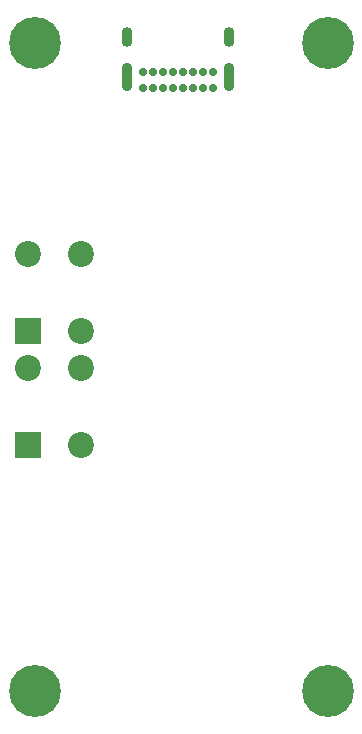
<source format=gbs>
%TF.GenerationSoftware,KiCad,Pcbnew,(6.0.2-0)*%
%TF.CreationDate,2022-06-16T14:33:15-07:00*%
%TF.ProjectId,delta,64656c74-612e-46b6-9963-61645f706362,v1*%
%TF.SameCoordinates,Original*%
%TF.FileFunction,Soldermask,Bot*%
%TF.FilePolarity,Negative*%
%FSLAX46Y46*%
G04 Gerber Fmt 4.6, Leading zero omitted, Abs format (unit mm)*
G04 Created by KiCad (PCBNEW (6.0.2-0)) date 2022-06-16 14:33:15*
%MOMM*%
%LPD*%
G01*
G04 APERTURE LIST*
%ADD10C,2.200000*%
%ADD11R,2.200000X2.200000*%
%ADD12C,4.400000*%
%ADD13C,0.700000*%
%ADD14O,0.900000X1.700000*%
%ADD15O,0.900000X2.400000*%
G04 APERTURE END LIST*
D10*
X117566000Y-96924000D03*
X117566000Y-90424000D03*
X113066000Y-90424000D03*
D11*
X113066000Y-96924000D03*
X113066000Y-106628000D03*
D10*
X113066000Y-100128000D03*
X117566000Y-100128000D03*
X117566000Y-106628000D03*
D12*
X113600000Y-72600000D03*
D13*
X128705000Y-76415000D03*
X127855000Y-76415000D03*
X127005000Y-76415000D03*
X126155000Y-76415000D03*
X125305000Y-76415000D03*
X124455000Y-76415000D03*
X123605000Y-76415000D03*
X122755000Y-76415000D03*
X122755000Y-75065000D03*
X123605000Y-75065000D03*
X124455000Y-75065000D03*
X125305000Y-75065000D03*
X126155000Y-75065000D03*
X127005000Y-75065000D03*
X127855000Y-75065000D03*
X128705000Y-75065000D03*
D14*
X121405000Y-72055000D03*
X130055000Y-72055000D03*
D15*
X130055000Y-75435000D03*
X121405000Y-75435000D03*
D12*
X138400000Y-127400000D03*
X138400000Y-72600000D03*
X113600000Y-127400000D03*
M02*

</source>
